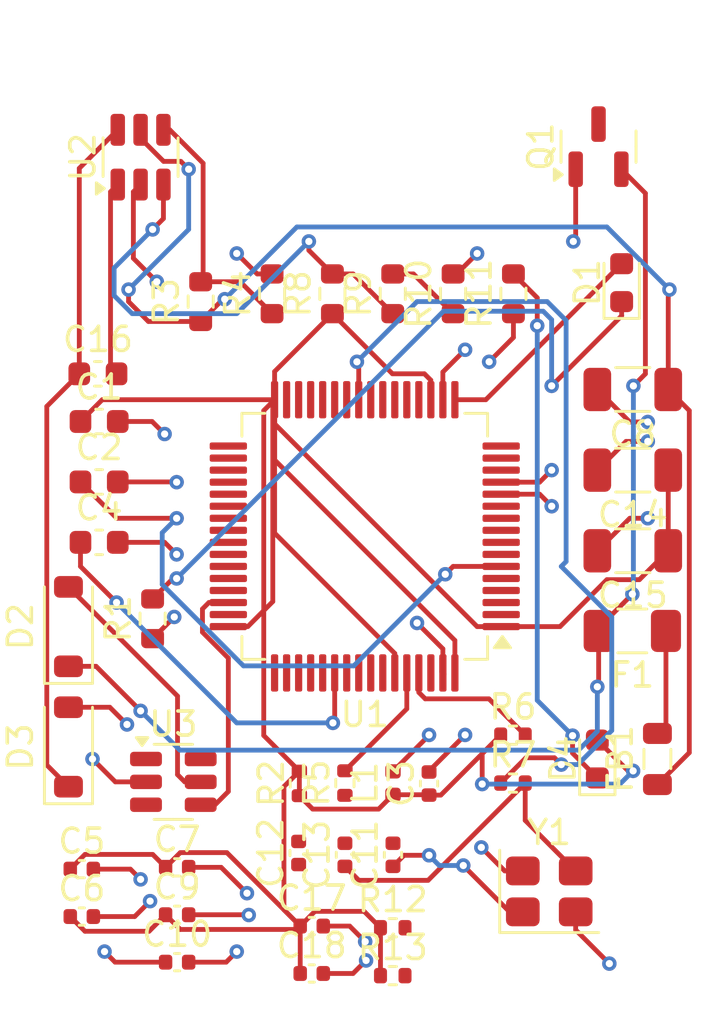
<source format=kicad_pcb>
(kicad_pcb (version 20241229) (generator "pcbnew") (generator_version "9.0")
  (layers (0 "F.Cu" signal) (4 "In1.Cu" signal) (6 "In2.Cu" signal) (2 "B.Cu" signal) (13 "F.Paste" user) (15 "B.Paste" user) (5 "F.SilkS" user "F.Silkscreen") (7 "B.SilkS" user "B.Silkscreen") (1 "F.Mask" user) (3 "B.Mask" user) (25 "Edge.Cuts" user))
  (net 0 "")
  (net 1 "I2C1_SCL")
  (net 2 "GND")
  (net 3 "Net-(U1-PH1)")
  (net 4 "Net-(U1-PD2)")
  (net 5 "BUCK_IN")
  (net 6 "+3.3VA")
  (net 7 "HSE_IN")
  (net 8 "Net-(C13-Pad1)")
  (net 9 "BUCK_BST")
  (net 10 "BUCK_SW")
  (net 11 "LED_STATUS")
  (net 12 "Net-(D1-K)")
  (net 13 "+5V")
  (net 14 "Net-(D2-K)")
  (net 15 "Net-(D4-K)")
  (net 16 "Net-(F1-Pad1)")
  (net 17 "+12V")
  (net 18 "BUCK_EN")
  (net 19 "BOOT0")
  (net 20 "Net-(R5-Pad1)")
  (net 21 "I2C1_SDA")
  (net 22 "HSE_OUT")
  (net 23 "BUCK_FB")
  (net 24 "Net-(R10-Pad1)")
  (net 25 "I2C_SCK")
  (net 26 "I2C_SDA")
  (net 32 "NRST")
  (net 33 "USB_D_P")
  (net 68 "GYRO_INT")
  (net 74 "USB_CONN_D_N")
  (net 75 "USB_CONN_D_P")
  (net 76 "USB_D_N")
  (footprint "Capacitor_SMD:C_0402_1005Metric" (layer "F.Cu") (at 116 119.48 90)
    (property "Reference" "C13")
    (property "Value" "12p")
  )
  (footprint "Resistor_SMD:R_0402_1005Metric" (layer "F.Cu") (at 114.105 116.515 90)
    (property "Reference" "R2")
    (property "Value" "2k2")
  )
  (footprint "Capacitor_SMD:C_0402_1005Metric" (layer "F.Cu") (at 109.02 121.97)
    (property "Reference" "C9")
    (property "Value" "100n")
  )
  (footprint "Resistor_SMD:R_0603_1608Metric" (layer "F.Cu") (at 115.48 96.175 90)
    (property "Reference" "R8")
    (property "Value" "47k")
  )
  (footprint "Capacitor_SMD:C_0402_1005Metric" (layer "F.Cu") (at 114.62 124.41)
    (property "Reference" "C18")
    (property "Value" "10n")
  )
  (footprint "Capacitor_SMD:C_1206_3216Metric" (layer "F.Cu") (at 127.975 106.85 180)
    (property "Reference" "C15")
    (property "Value" "10u")
  )
  (footprint "Capacitor_SMD:C_0603_1608Metric" (layer "F.Cu") (at 105.775 103.99)
    (property "Reference" "C2")
    (property "Value" "2u2")
  )
  (footprint "Resistor_SMD:R_0402_1005Metric" (layer "F.Cu") (at 122.99 114.51)
    (property "Reference" "R6")
    (property "Value" "2k2")
  )
  (footprint "Resistor_SMD:R_0402_1005Metric" (layer "F.Cu") (at 122.99 116.5)
    (property "Reference" "R7")
    (property "Value" "47")
  )
  (footprint "Resistor_SMD:R_0603_1608Metric" (layer "F.Cu") (at 117.99 96.175 90)
    (property "Reference" "R9")
    (property "Value" "15k")
  )
  (footprint "Capacitor_SMD:C_0402_1005Metric" (layer "F.Cu") (at 105.055 120.075)
    (property "Reference" "C5")
    (property "Value" "100n")
  )
  (footprint "Diode_SMD:D_SOD-123" (layer "F.Cu") (at 104.5 115 90)
    (property "Reference" "D3")
    (property "Value" "B5819W")
  )
  (footprint "Capacitor_SMD:C_0402_1005Metric" (layer "F.Cu") (at 118 119.48 90)
    (property "Reference" "C11")
    (property "Value" "12p")
  )
  (footprint "LED_SMD:LED_0603_1608Metric" (layer "F.Cu") (at 127.5125 95.7125 90)
    (property "Reference" "D1")
    (property "Value" "BLUE")
  )
  (footprint "Package_QFP:LQFP-64_10x10mm_P0.5mm" (layer "F.Cu") (at 116.825 106.25 180)
    (property "Reference" "U1")
    (property "Value" "STM32F405RGT6")
  )
  (footprint "Fuse:Fuse_1206_3216Metric" (layer "F.Cu") (at 127.955 110.18 180)
    (property "Reference" "F1")
    (property "Value" "250mA")
  )
  (footprint "Resistor_SMD:R_0603_1608Metric" (layer "F.Cu") (at 110 96.5 90)
    (property "Reference" "R3")
    (property "Value" "100k")
  )
  (footprint "Resistor_SMD:R_0402_1005Metric" (layer "F.Cu") (at 116 116.5 90)
    (property "Reference" "R5")
    (property "Value" "10k")
  )
  (footprint "Package_TO_SOT_SMD:SOT-23-6" (layer "F.Cu") (at 108.8625 116.45)
    (property "Reference" "U3")
    (property "Value" "USBLC6-2SC6")
  )
  (footprint "Capacitor_SMD:C_1206_3216Metric" (layer "F.Cu") (at 127.975 100.15 180)
    (property "Reference" "C8")
    (property "Value" "10u")
  )
  (footprint "Capacitor_SMD:C_0402_1005Metric" (layer "F.Cu") (at 114.62 122.44)
    (property "Reference" "C17")
    (property "Value" "10n")
  )
  (footprint "Resistor_SMD:R_0603_1608Metric" (layer "F.Cu") (at 123.01 96.175 90)
    (property "Reference" "R11")
    (property "Value" "1k")
  )
  (footprint "Diode_SMD:D_SOD-123" (layer "F.Cu") (at 104.5 110 90)
    (property "Reference" "D2")
    (property "Value" "B5819W")
  )
  (footprint "Resistor_SMD:R_0603_1608Metric" (layer "F.Cu") (at 108 109.675 90)
    (property "Reference" "R1")
    (property "Value" "1k5")
  )
  (footprint "Capacitor_SMD:C_1206_3216Metric" (layer "F.Cu") (at 127.975 103.5 180)
    (property "Reference" "C14")
    (property "Value" "10u")
  )
  (footprint "Resistor_SMD:R_0402_1005Metric" (layer "F.Cu") (at 117.99 122.51)
    (property "Reference" "R12")
    (property "Value" "2k2")
  )
  (footprint "Resistor_SMD:R_0402_1005Metric" (layer "F.Cu") (at 117.99 124.5)
    (property "Reference" "R13")
    (property "Value" "2k2")
  )
  (footprint "Package_TO_SOT_SMD:SOT-23" (layer "F.Cu") (at 126.55 90.0625 90)
    (property "Reference" "Q1")
    (property "Value" "AO3401A")
  )
  (footprint "Inductor_SMD:L_0402_1005Metric" (layer "F.Cu") (at 118 116.5 90)
    (property "Reference" "L1")
    (property "Value" "39n")
  )
  (footprint "Capacitor_SMD:C_0402_1005Metric" (layer "F.Cu") (at 119.5 116.52 90)
    (property "Reference" "C3")
    (property "Value" "100n")
  )
  (footprint "Capacitor_SMD:C_0402_1005Metric" (layer "F.Cu") (at 105.055 122.045)
    (property "Reference" "C6")
    (property "Value" "100n")
  )
  (footprint "Crystal:Crystal_SMD_3225-4Pin_3.2x2.5mm" (layer "F.Cu") (at 124.5 121)
    (property "Reference" "Y1")
    (property "Value" "16MHz")
  )
  (footprint "Capacitor_SMD:C_0603_1608Metric" (layer "F.Cu") (at 105.775 101.48)
    (property "Reference" "C1")
    (property "Value" "4u7")
  )
  (footprint "Capacitor_SMD:C_0603_1608Metric" (layer "F.Cu") (at 105.775 106.5)
    (property "Reference" "C4")
    (property "Value" "2u2")
  )
  (footprint "Capacitor_SMD:C_0402_1005Metric" (layer "F.Cu") (at 109.02 120)
    (property "Reference" "C7")
    (property "Value" "100n")
  )
  (footprint "Inductor_SMD:L_0805_2012Metric" (layer "F.Cu") (at 129 115.5 90)
    (property "Reference" "FB1")
    (property "Value" "600 @ 600MHz")
  )
  (footprint "Resistor_SMD:R_0603_1608Metric" (layer "F.Cu") (at 120.5 96.175 90)
    (property "Reference" "R10")
    (property "Value" "270")
  )
  (footprint "Capacitor_SMD:C_0603_1608Metric" (layer "F.Cu") (at 105.725 99.5)
    (property "Reference" "C16")
    (property "Value" "10n")
  )
  (footprint "Resistor_SMD:R_0603_1608Metric" (layer "F.Cu") (at 112.97 96.175 90)
    (property "Reference" "R4")
    (property "Value" "68k")
  )
  (footprint "LED_SMD:LED_0603_1608Metric" (layer "F.Cu") (at 126.5 115.5 90)
    (property "Reference" "D4")
    (property "Value" "RED")
  )
  (footprint "Capacitor_SMD:C_0402_1005Metric" (layer "F.Cu") (at 109.02 123.94)
    (property "Reference" "C10")
    (property "Value" "1u")
  )
  (footprint "Package_TO_SOT_SMD:SOT-23-6" (layer "F.Cu") (at 107.5 90.5 90)
    (property "Reference" "U2")
    (property "Value" "MP2359DJ-LF-Z")
  )
  (footprint "Capacitor_SMD:C_0402_1005Metric" (layer "F.Cu") (at 114.075 119.405 90)
    (property "Reference" "C12")
    (property "Value" "10n")
  )
  (segment (start 121.5 110) (end 122.5 110) (width 0.2) (layer "F.Cu") (net 1))
  (segment (start 113.075 100.575) (end 113.075 101.575) (width 0.2) (layer "F.Cu") (net 1))
  (segment (start 118.075 111.116176) (end 118.075 111.925) (width 0.2) (layer "F.Cu") (net 1))
  (segment (start 105.905 100.575) (end 105 101.48) (width 0.2) (layer "F.Cu") (net 1))
  (segment (start 119.485 116.985) (end 119.5 117) (width 0.2) (layer "F.Cu") (net 1))
  (segment (start 128.249 108.051) (end 129.45 106.85) (width 0.2) (layer "F.Cu") (net 1))
  (segment (start 117.404 117.581) (end 118 116.985) (width 0.2) (layer "F.Cu") (net 1))
  (segment (start 108.004 119.464) (end 105.186 119.464) (width 0.2) (layer "F.Cu") (net 1))
  (segment (start 114.14 122.44) (end 114.751 121.829) (width 0.2) (layer "F.Cu") (net 1))
  (segment (start 113.075 100.575) (end 113 100.575) (width 0.2) (layer "F.Cu") (net 1))
  (segment (start 114.14 122.44) (end 111.089 119.389) (width 0.2) (layer "F.Cu") (net 1))
  (segment (start 114.105 117.025) (end 114.661 117.581) (width 0.2) (layer "F.Cu") (net 1))
  (segment (start 119.99 117) (end 122.48 114.51) (width 0.2) (layer "F.Cu") (net 1))
  (segment (start 117.48 122.51) (end 117.48 124.5) (width 0.2) (layer "F.Cu") (net 1))
  (segment (start 113.464 121.764) (end 114.14 122.44) (width 0.2) (layer "F.Cu") (net 1))
  (segment (start 114.14 122.44) (end 113.999 122.581) (width 0.2) (layer "F.Cu") (net 1))
  (segment (start 113 100.575) (end 105.905 100.575) (width 0.2) (layer "F.Cu") (net 1))
  (segment (start 115.48 97) (end 117.979 99.499) (width 0.2) (layer "F.Cu") (net 1))
  (segment (start 114.751 121.829) (end 116.799 121.829) (width 0.2) (layer "F.Cu") (net 1))
  (segment (start 113.075 106.116176) (end 118.075 111.116176) (width 0.2) (layer "F.Cu") (net 1))
  (segment (start 113.075 99.405) (end 113.075 100.575) (width 0.2) (layer "F.Cu") (net 1))
  (segment (start 116.799 121.829) (end 117.48 122.51) (width 0.2) (layer "F.Cu") (net 1))
  (segment (start 105.186 122.656) (end 104.575 122.045) (width 0.2) (layer "F.Cu") (net 1))
  (segment (start 108.54 120) (end 108.004 119.464) (width 0.2) (layer "F.Cu") (net 1))
  (segment (start 113.075 101.575) (end 121.5 110) (width 0.2) (layer "F.Cu") (net 1))
  (segment (start 111.089 119.389) (end 109.151 119.389) (width 0.2) (layer "F.Cu") (net 1))
  (segment (start 129.45 106.85) (end 129.45 103.5) (width 0.2) (layer "F.Cu") (net 1))
  (segment (start 118 116.985) (end 119.485 116.985) (width 0.2) (layer "F.Cu") (net 1))
  (segment (start 119.307824 99.499) (end 119.575 99.766176) (width 0.2) (layer "F.Cu") (net 1))
  (segment (start 119.575 99.766176) (end 119.575 100.575) (width 0.2) (layer "F.Cu") (net 1))
  (segment (start 117.979 99.499) (end 119.307824 99.499) (width 0.2) (layer "F.Cu") (net 1))
  (segment (start 113 108.958824) (end 111.958824 110) (width 0.2) (layer "F.Cu") (net 1))
  (segment (start 105.186 119.464) (end 104.575 120.075) (width 0.2) (layer "F.Cu") (net 1))
  (segment (start 124.94884 110) (end 126.89784 108.051) (width 0.2) (layer "F.Cu") (net 1))
  (segment (start 127.780554 115.993054) (end 126.5 114.7125) (width 0.2) (layer "F.Cu") (net 1))
  (segment (start 114.105 116.005) (end 114.105 117.025) (width 0.2) (layer "F.Cu") (net 1))
  (segment (start 119.5 117) (end 119.99 117) (width 0.2) (layer "F.Cu") (net 1))
  (segment (start 111.958824 110) (end 111.15 110) (width 0.2) (layer "F.Cu") (net 1))
  (segment (start 107.854 122.656) (end 105.186 122.656) (width 0.2) (layer "F.Cu") (net 1))
  (segment (start 122.48 114.51) (end 121.71 115.28) (width 0.2) (layer "F.Cu") (net 1))
  (segment (start 113.464 116.646) (end 113.464 121.764) (width 0.2) (layer "F.Cu") (net 1))
  (segment (start 113 100.575) (end 113 108.958824) (width 0.2) (layer "F.Cu") (net 1))
  (segment (start 120.575 110.575) (end 120.575 111.925) (width 0.2) (layer "F.Cu") (net 1))
  (segment (start 109.151 119.389) (end 108.54 120) (width 0.2) (layer "F.Cu") (net 1))
  (segment (start 113.075 103.075) (end 120.575 110.575) (width 0.2) (layer "F.Cu") (net 1))
  (segment (start 115.48 97) (end 113.075 99.405) (width 0.2) (layer "F.Cu") (net 1))
  (segment (start 122.5 110) (end 124.94884 110) (width 0.2) (layer "F.Cu") (net 1))
  (segment (start 108.54 121.97) (end 107.854 122.656) (width 0.2) (layer "F.Cu") (net 1))
  (segment (start 113.075 100.575) (end 113.075 106.116176) (width 0.2) (layer "F.Cu") (net 1))
  (segment (start 109.151 122.581) (end 108.54 121.97) (width 0.2) (layer "F.Cu") (net 1))
  (segment (start 113.999 122.581) (end 109.151 122.581) (width 0.2) (layer "F.Cu") (net 1))
  (segment (start 126.89784 108.051) (end 128.249 108.051) (width 0.2) (layer "F.Cu") (net 1))
  (segment (start 127.988907 115.993054) (end 127.780554 115.993054) (width 0.2) (layer "F.Cu") (net 1))
  (segment (start 114.661 117.581) (end 117.404 117.581) (width 0.2) (layer "F.Cu") (net 1))
  (segment (start 113.075 100.575) (end 113.075 103.075) (width 0.2) (layer "F.Cu") (net 1))
  (segment (start 113.075 100.575) (end 112.624 101.026) (width 0.2) (layer "F.Cu") (net 1))
  (segment (start 114.105 116.005) (end 113.464 116.646) (width 0.2) (layer "F.Cu") (net 1))
  (segment (start 121.71 115.28) (end 121.71 116.541878) (width 0.2) (layer "F.Cu") (net 1))
  (segment (start 112.624 114.524) (end 114.105 116.005) (width 0.2) (layer "F.Cu") (net 1))
  (segment (start 114.14 122.44) (end 114.14 124.41) (width 0.2) (layer "F.Cu") (net 1))
  (segment (start 112.624 101.026) (end 112.624 114.524) (width 0.2) (layer "F.Cu") (net 1))
  (via (at 127.988907 115.993054) (size 0.6) (drill 0.3) (layers "F.Cu" "B.Cu") (net 1))
  (via (at 121.71 116.541878) (size 0.6) (drill 0.3) (layers "F.Cu" "B.Cu") (net 1))
  (segment (start 127.440083 116.541878) (end 127.988907 115.993054) (width 0.2) (layer "B.Cu") (net 1))
  (segment (start 121.71 116.541878) (end 127.440083 116.541878) (width 0.2) (layer "B.Cu") (net 1))
  (segment (start 120.65 95.35) (end 121.5 94.5) (width 0.2) (layer "F.Cu") (net 2))
  (segment (start 106.55 101.48) (end 107.98 101.48) (width 0.2) (layer "F.Cu") (net 2))
  (segment (start 109.5 120) (end 110.85147 120) (width 0.2) (layer "F.Cu") (net 2))
  (segment (start 126.5 103.5) (end 127.692372 102.307628) (width 0.2) (layer "F.Cu") (net 2))
  (segment (start 107.075 120.075) (end 107.5 120.5) (width 0.2) (layer "F.Cu") (net 2))
  (segment (start 106.218626 113.35) (end 106.934313 114.065687) (width 0.2) (layer "F.Cu") (net 2))
  (segment (start 109.5 123.94) (end 111.06 123.94) (width 0.2) (layer "F.Cu") (net 2))
  (segment (start 123.4 120.15) (end 122.65 120.15) (width 0.2) (layer "F.Cu") (net 2))
  (segment (start 123.01 97) (end 123.01 97.99) (width 0.2) (layer "F.Cu") (net 2))
  (segment (start 120.5 95.35) (end 120.65 95.35) (width 0.2) (layer "F.Cu") (net 2))
  (segment (start 120.075 99.425) (end 121 98.5) (width 0.2) (layer "F.Cu") (net 2))
  (segment (start 104.5 113.35) (end 106.218626 113.35) (width 0.2) (layer "F.Cu") (net 2))
  (segment (start 107.200001 91.937499) (end 107.200001 94.700001) (width 0.2) (layer "F.Cu") (net 2))
  (segment (start 106.55 103.99) (end 108.99 103.99) (width 0.2) (layer "F.Cu") (net 2))
  (segment (start 120.026 111.876) (end 120.026 111.330276) (width 0.2) (layer "F.Cu") (net 2))
  (segment (start 126.5 106.85) (end 127.85 105.5) (width 0.2) (layer "F.Cu") (net 2))
  (segment (start 106.45 116.45) (end 105.5 115.5) (width 0.2) (layer "F.Cu") (net 2))
  (segment (start 110.85147 120) (end 111.925735 121.074265) (width 0.2) (layer "F.Cu") (net 2))
  (segment (start 119.5 116) (end 121 114.5) (width 0.2) (layer "F.Cu") (net 2))
  (segment (start 120.075 111.925) (end 120.075 110.92353) (width 0.2) (layer "F.Cu") (net 2))
  (segment (start 116.197009 122.44) (end 116.842975 123.085966) (width 0.2) (layer "F.Cu") (net 2))
  (segment (start 125.6 93.9) (end 125.5 94) (width 0.2) (layer "F.Cu") (net 2))
  (segment (start 127.85 105.5) (end 128.6 105.5) (width 0.2) (layer "F.Cu") (net 2))
  (segment (start 107.725 116.45) (end 106.45 116.45) (width 0.2) (layer "F.Cu") (net 2))
  (segment (start 107.254587 122.045) (end 107.894932 121.404655) (width 0.2) (layer "F.Cu") (net 2))
  (segment (start 119.5 116.04) (end 119.5 116) (width 0.2) (layer "F.Cu") (net 2))
  (segment (start 105.535 120.075) (end 107.075 120.075) (width 0.2) (layer "F.Cu") (net 2))
  (segment (start 108.99 103.99) (end 109 104) (width 0.2) (layer "F.Cu") (net 2))
  (segment (start 111.989 121.97) (end 112 121.981) (width 0.2) (layer "F.Cu") (net 2))
  (segment (start 125.6 91) (end 125.6 93.9) (width 0.2) (layer "F.Cu") (net 2))
  (segment (start 120.124 111.974) (end 120.026 111.876) (width 0.2) (layer "F.Cu") (net 2))
  (segment (start 126.5 100.15) (end 127.85 101.5) (width 0.2) (layer "F.Cu") (net 2))
  (segment (start 109.5 121.97) (end 111.989 121.97) (width 0.2) (layer "F.Cu") (net 2))
  (segment (start 115.1 124.41) (end 116.338892 124.41) (width 0.2) (layer "F.Cu") (net 2))
  (segment (start 127.692372 102.307628) (end 128.6 102.307628) (width 0.2) (layer "F.Cu") (net 2))
  (segment (start 111.06 123.94) (end 111.5 123.5) (width 0.2) (layer "F.Cu") (net 2))
  (segment (start 106.55 106.5) (end 108.499 106.5) (width 0.2) (layer "F.Cu") (net 2))
  (segment (start 116.338892 124.41) (end 116.88 123.868892) (width 0.2) (layer "F.Cu") (net 2))
  (segment (start 108 110.5) (end 108.900764 109.599236) (width 0.2) (layer "F.Cu") (net 2))
  (segment (start 122.65 120.15) (end 121.674265 119.174265) (width 0.2) (layer "F.Cu") (net 2))
  (segment (start 105.535 122.045) (end 107.254587 122.045) (width 0.2) (layer "F.Cu") (net 2))
  (segment (start 112.35 95.35) (end 111.5 94.5) (width 0.2) (layer "F.Cu") (net 2))
  (segment (start 107.98 101.48) (end 108.5 102) (width 0.2) (layer "F.Cu") (net 2))
  (segment (start 124.101 104.5) (end 124.601 105) (width 0.2) (layer "F.Cu") (net 2))
  (segment (start 120.026 111.330276) (end 120.124 111.232276) (width 0.2) (layer "F.Cu") (net 2))
  (segment (start 120.075 110.92353) (end 119 109.84853) (width 0.2) (layer "F.Cu") (net 2))
  (segment (start 108.499 106.5) (end 108.999 107) (width 0.2) (layer "F.Cu") (net 2))
  (segment (start 125.6 121.85) (end 125.6 122.6) (width 0.2) (layer "F.Cu") (net 2))
  (segment (start 112.97 95.35) (end 112.35 95.35) (width 0.2) (layer "F.Cu") (net 2))
  (segment (start 122.5 104.5) (end 124.101 104.5) (width 0.2) (layer "F.Cu") (net 2))
  (segment (start 123.01 97.99) (end 122 99) (width 0.2) (layer "F.Cu") (net 2))
  (segment (start 125.6 122.6) (end 127 124) (width 0.2) (layer "F.Cu") (net 2))
  (segment (start 107.5 91.6375) (end 107.200001 91.937499) (width 0.2) (layer "F.Cu") (net 2))
  (segment (start 120.075 100.575) (end 120.075 99.425) (width 0.2) (layer "F.Cu") (net 2))
  (segment (start 107.200001 94.700001) (end 108.174265 95.674265) (width 0.2) (layer "F.Cu") (net 2))
  (segment (start 115.1 122.44) (end 116.197009 122.44) (width 0.2) (layer "F.Cu") (net 2))
  (segment (start 127.85 101.5) (end 128.6 101.5) (width 0.2) (layer "F.Cu") (net 2))
  (segment (start 120.075 111.925) (end 120.124 111.974) (width 0.2) (layer "F.Cu") (net 2))
  (via (at 107.5 120.5) (size 0.6) (drill 0.3) (layers "F.Cu" "B.Cu") (net 2))
  (via (at 121.674265 119.174265) (size 0.6) (drill 0.3) (layers "F.Cu" "B.Cu") (net 2))
  (via (at 121 114.5) (size 0.6) (drill 0.3) (layers "F.Cu" "B.Cu") (net 2))
  (via (at 112 121.981) (size 0.6) (drill 0.3) (layers "F.Cu" "B.Cu") (net 2))
  (via (at 122 99) (size 0.6) (drill 0.3) (layers "F.Cu" "B.Cu") (net 2))
  (via (at 128.6 101.5) (size 0.6) (drill 0.3) (layers "F.Cu" "B.Cu") (net 2))
  (via (at 124.601 105) (size 0.6) (drill 0.3) (layers "F.Cu" "B.Cu") (net 2))
  (via (at 119 109.84853) (size 0.6) (drill 0.3) (layers "F.Cu" "B.Cu") (net 2))
  (via (at 108.999 107) (size 0.6) (drill 0.3) (layers "F.Cu" "B.Cu") (net 2))
  (via (at 111.5 94.5) (size 0.6) (drill 0.3) (layers "F.Cu" "B.Cu") (net 2))
  (via (at 108.900764 109.599236) (size 0.6) (drill 0.3) (layers "F.Cu" "B.Cu") (net 2))
  (via (at 127 124) (size 0.6) (drill 0.3) (layers "F.Cu" "B.Cu") (net 2))
  (via (at 125.5 94) (size 0.6) (drill 0.3) (layers "F.Cu" "B.Cu") (net 2))
  (via (at 105.5 115.5) (size 0.6) (drill 0.3) (layers "F.Cu" "B.Cu") (net 2))
  (via (at 121.5 94.5) (size 0.6) (drill 0.3) (layers "F.Cu" "B.Cu") (net 2))
  (via (at 116.88 123.868892) (size 0.6) (drill 0.3) (layers "F.Cu" "B.Cu") (net 2))
  (via (at 111.5 123.5) (size 0.6) (drill 0.3) (layers "F.Cu" "B.Cu") (net 2))
  (via (at 108.5 102) (size 0.6) (drill 0.3) (layers "F.Cu" "B.Cu") (net 2))
  (via (at 111.925735 121.074265) (size 0.6) (drill 0.3) (layers "F.Cu" "B.Cu") (net 2))
  (via (at 121 98.5) (size 0.6) (drill 0.3) (layers "F.Cu" "B.Cu") (net 2))
  (via (at 128.6 105.5) (size 0.6) (drill 0.3) (layers "F.Cu" "B.Cu") (net 2))
  (via (at 107.894932 121.404655) (size 0.6) (drill 0.3) (layers "F.Cu" "B.Cu") (net 2))
  (via (at 128.6 102.307628) (size 0.6) (drill 0.3) (layers "F.Cu" "B.Cu") (net 2))
  (via (at 116.842975 123.085966) (size 0.6) (drill 0.3) (layers "F.Cu" "B.Cu") (net 2))
  (via (at 106.934313 114.065687) (size 0.6) (drill 0.3) (layers "F.Cu" "B.Cu") (net 2))
  (via (at 109 104) (size 0.6) (drill 0.3) (layers "F.Cu" "B.Cu") (net 2))
  (via (at 108.174265 95.674265) (size 0.6) (drill 0.3) (layers "F.Cu" "B.Cu") (net 2))
  (segment (start 108.174265 95.674265) (end 108.03355 95.53355) (width 0.2) (layer "B.Cu") (net 2))
  (segment (start 120.5 107.5) (end 122.5 107.5) (width 0.2) (layer "F.Cu") (net 3))
  (segment (start 120.174265 107.825735) (end 120.5 107.5) (width 0.2) (layer "F.Cu") (net 3))
  (segment (start 105 103.99) (end 106.51 105.5) (width 0.2) (layer "F.Cu") (net 3))
  (segment (start 106.51 105.5) (end 109 105.5) (width 0.2) (layer "F.Cu") (net 3))
  (via (at 120.174265 107.825735) (size 0.6) (drill 0.3) (layers "F.Cu" "B.Cu") (net 3))
  (via (at 109 105.5) (size 0.6) (drill 0.3) (layers "F.Cu" "B.Cu") (net 3))
  (segment (start 109 105.5) (end 108.399 106.101) (width 0.2) (layer "B.Cu") (net 3))
  (segment (start 108.399 108.248943) (end 111.781572 111.631515) (width 0.2) (layer "B.Cu") (net 3))
  (segment (start 111.781572 111.631515) (end 116.368485 111.631515) (width 0.2) (layer "B.Cu") (net 3))
  (segment (start 116.368485 111.631515) (end 120.174265 107.825735) (width 0.2) (layer "B.Cu") (net 3))
  (segment (start 108.399 106.101) (end 108.399 108.248943) (width 0.2) (layer "B.Cu") (net 3))
  (segment (start 105 106.5) (end 105 107.5) (width 0.2) (layer "F.Cu") (net 4))
  (segment (start 115.5 114) (end 115.575 113.925) (width 0.2) (layer "F.Cu") (net 4))
  (segment (start 115.575 113.925) (end 115.575 111.925) (width 0.2) (layer "F.Cu") (net 4))
  (segment (start 105 107.5) (end 106.5 109) (width 0.2) (layer "F.Cu") (net 4))
  (via (at 106.5 109) (size 0.6) (drill 0.3) (layers "F.Cu" "B.Cu") (net 4))
  (via (at 115.5 114) (size 0.6) (drill 0.3) (layers "F.Cu" "B.Cu") (net 4))
  (segment (start 111.5 114) (end 115.5 114) (width 0.2) (layer "B.Cu") (net 4))
  (segment (start 106.5 109) (end 111.5 114) (width 0.2) (layer "B.Cu") (net 4))
  (segment (start 130.326 115.2365) (end 129 116.5625) (width 0.2) (layer "F.Cu") (net 5))
  (segment (start 107 96) (end 107 96.5) (width 0.2) (layer "F.Cu") (net 5))
  (segment (start 129.45 96.05) (end 129.5 96) (width 0.2) (layer "F.Cu") (net 5))
  (segment (start 111 96.4) (end 110.925 96.4) (width 0.2) (layer "F.Cu") (net 5))
  (segment (start 107 96.5) (end 107.825 97.325) (width 0.2) (layer "F.Cu") (net 5))
  (segment (start 109.174 90.674) (end 109.5 91) (width 0.2) (layer "F.Cu") (net 5))
  (segment (start 108.457032 90.674) (end 109.174 90.674) (width 0.2) (layer "F.Cu") (net 5))
  (segment (start 107.825 97.325) (end 110 97.325) (width 0.2) (layer "F.Cu") (net 5))
  (segment (start 110.925 96.4) (end 110 97.325) (width 0.2) (layer "F.Cu") (net 5))
  (segment (start 107.5 89.3625) (end 107.5 89.716968) (width 0.2) (layer "F.Cu") (net 5))
  (segment (start 129.45 100.15) (end 130.326 101.026) (width 0.2) (layer "F.Cu") (net 5))
  (segment (start 107.5 89.716968) (end 108.457032 90.674) (width 0.2) (layer "F.Cu") (net 5))
  (segment (start 130.326 101.026) (end 130.326 115.2365) (width 0.2) (layer "F.Cu") (net 5))
  (segment (start 129.45 100.15) (end 129.45 96.05) (width 0.2) (layer "F.Cu") (net 5))
  (via (at 107 96) (size 0.6) (drill 0.3) (layers "F.Cu" "B.Cu") (net 5))
  (via (at 109.5 91) (size 0.6) (drill 0.3) (layers "F.Cu" "B.Cu") (net 5))
  (via (at 111 96.4) (size 0.6) (drill 0.3) (layers "F.Cu" "B.Cu") (net 5))
  (via (at 129.5 96) (size 0.6) (drill 0.3) (layers "F.Cu" "B.Cu") (net 5))
  (segment (start 114.001 93.399) (end 111 96.4) (width 0.2) (layer "B.Cu") (net 5))
  (segment (start 126.899 93.399) (end 114.001 93.399) (width 0.2) (layer "B.Cu") (net 5))
  (segment (start 109.5 91) (end 109.5 93.5) (width 0.2) (layer "B.Cu") (net 5))
  (segment (start 109.5 93.5) (end 107 96) (width 0.2) (layer "B.Cu") (net 5))
  (segment (start 129.5 96) (end 126.899 93.399) (width 0.2) (layer "B.Cu") (net 5))
  (segment (start 118 116.015) (end 119.5 114.515) (width 0.2) (layer "F.Cu") (net 6))
  (segment (start 106.44 123.94) (end 106 123.5) (width 0.2) (layer "F.Cu") (net 6))
  (segment (start 122.5 104) (end 124.1 104) (width 0.2) (layer "F.Cu") (net 6))
  (segment (start 108.54 123.94) (end 106.44 123.94) (width 0.2) (layer "F.Cu") (net 6))
  (segment (start 124.1 104) (end 124.6 103.5) (width 0.2) (layer "F.Cu") (net 6))
  (segment (start 119.5 114.515) (end 119.5 114.5) (width 0.2) (layer "F.Cu") (net 6))
  (via (at 106 123.5) (size 0.6) (drill 0.3) (layers "F.Cu" "B.Cu") (net 6))
  (via (at 124.6 103.5) (size 0.6) (drill 0.3) (layers "F.Cu" "B.Cu") (net 6))
  (via (at 119.5 114.5) (size 0.6) (drill 0.3) (layers "F.Cu" "B.Cu") (net 6))
  (segment (start 118.46 119.5) (end 118 119.96) (width 0.2) (layer "F.Cu") (net 7))
  (segment (start 123.4 121.85) (end 122.85 121.85) (width 0.2) (layer "F.Cu") (net 7))
  (segment (start 119.5 119.5) (end 118.46 119.5) (width 0.2) (layer "F.Cu") (net 7))
  (segment (start 122.85 121.85) (end 120.924265 119.924265) (width 0.2) (layer "F.Cu") (net 7))
  (via (at 119.5 119.5) (size 0.6) (drill 0.3) (layers "F.Cu" "B.Cu") (net 7))
  (via (at 120.924265 119.924265) (size 0.6) (drill 0.3) (layers "F.Cu" "B.Cu") (net 7))
  (segment (start 119.924265 119.924265) (end 119.5 119.5) (width 0.2) (layer "B.Cu") (net 7))
  (segment (start 120.924265 119.924265) (end 119.924265 119.924265) (width 0.2) (layer "B.Cu") (net 7))
  (segment (start 123.5 116.5) (end 123.5 118.05) (width 0.2) (layer "F.Cu") (net 8))
  (segment (start 119.459 120.541) (end 116.581 120.541) (width 0.2) (layer "F.Cu") (net 8))
  (segment (start 123.5 116.5) (end 119.459 120.541) (width 0.2) (layer "F.Cu") (net 8))
  (segment (start 116.581 120.541) (end 116 119.96) (width 0.2) (layer "F.Cu") (net 8))
  (segment (start 123.5 118.05) (end 125.6 120.15) (width 0.2) (layer "F.Cu") (net 8))
  (segment (start 106.55 91.6375) (end 106.250001 91.937499) (width 0.2) (layer "F.Cu") (net 9))
  (segment (start 106.250001 91.937499) (end 106.250001 99.250001) (width 0.2) (layer "F.Cu") (net 9))
  (segment (start 106.250001 99.250001) (end 106.5 99.5) (width 0.2) (layer "F.Cu") (net 9))
  (segment (start 103.599 100.851) (end 104.95 99.5) (width 0.2) (layer "F.Cu") (net 10))
  (segment (start 106.55 89.3625) (end 104.95 90.9625) (width 0.2) (layer "F.Cu") (net 10))
  (segment (start 104.5 116.65) (end 103.599 115.749) (width 0.2) (layer "F.Cu") (net 10))
  (segment (start 104.95 90.9625) (end 104.95 99.5) (width 0.2) (layer "F.Cu") (net 10))
  (segment (start 103.599 115.749) (end 103.599 100.851) (width 0.2) (layer "F.Cu") (net 10))
  (segment (start 127.5125 94.925) (end 121.8625 100.575) (width 0.2) (layer "F.Cu") (net 11))
  (segment (start 121.8625 100.575) (end 120.575 100.575) (width 0.2) (layer "F.Cu") (net 11))
  (segment (start 108.85 108) (end 108 108.85) (width 0.2) (layer "F.Cu") (net 12))
  (segment (start 127.5125 96.5) (end 127.5125 97.0875) (width 0.2) (layer "F.Cu") (net 12))
  (segment (start 127.5125 97.0875) (end 124.6 100) (width 0.2) (layer "F.Cu") (net 12))
  (segment (start 109 108) (end 108.85 108) (width 0.2) (layer "F.Cu") (net 12))
  (via (at 109 108) (size 0.6) (drill 0.3) (layers "F.Cu" "B.Cu") (net 12))
  (via (at 124.6 100) (size 0.6) (drill 0.3) (layers "F.Cu" "B.Cu") (net 12))
  (segment (start 124.6 100) (end 124.6 97.250057) (width 0.2) (layer "B.Cu") (net 12))
  (segment (start 120.101 96.899) (end 109 108) (width 0.2) (layer "B.Cu") (net 12))
  (segment (start 124.248943 96.899) (end 120.101 96.899) (width 0.2) (layer "B.Cu") (net 12))
  (segment (start 124.6 97.250057) (end 124.248943 96.899) (width 0.2) (layer "B.Cu") (net 12))
  (segment (start 104.5 108.35) (end 109.0365 112.8865) (width 0.2) (layer "F.Cu") (net 13))
  (segment (start 109.0365 112.8865) (end 109.0365 116.148999) (width 0.2) (layer "F.Cu") (net 13))
  (segment (start 109.337501 116.45) (end 110 116.45) (width 0.2) (layer "F.Cu") (net 13))
  (segment (start 109.0365 116.148999) (end 109.337501 116.45) (width 0.2) (layer "F.Cu") (net 13))
  (segment (start 105.65 111.65) (end 107.5 113.5) (width 0.2) (layer "F.Cu") (net 14))
  (segment (start 126.5 112.5) (end 126.555 112.445) (width 0.2) (layer "F.Cu") (net 14))
  (segment (start 128.5 99.5) (end 128 100) (width 0.2) (layer "F.Cu") (net 14))
  (segment (start 127.958011 108.651) (end 126.555 110.054011) (width 0.2) (layer "F.Cu") (net 14))
  (segment (start 126.555 112.445) (end 126.555 110.18) (width 0.2) (layer "F.Cu") (net 14))
  (segment (start 127.5 91) (end 128.5 92) (width 0.2) (layer "F.Cu") (net 14))
  (segment (start 126.555 110.054011) (end 126.555 110.18) (width 0.2) (layer "F.Cu") (net 14))
  (segment (start 128.5 92) (end 128.5 99.5) (width 0.2) (layer "F.Cu") (net 14))
  (segment (start 104.5 111.65) (end 105.65 111.65) (width 0.2) (layer "F.Cu") (net 14))
  (via (at 126.5 112.5) (size 0.6) (drill 0.3) (layers "F.Cu" "B.Cu") (net 14))
  (via (at 128 100) (size 0.6) (drill 0.3) (layers "F.Cu" "B.Cu") (net 14))
  (via (at 127.958011 108.651) (size 0.6) (drill 0.3) (layers "F.Cu" "B.Cu") (net 14))
  (via (at 107.5 113.5) (size 0.6) (drill 0.3) (layers "F.Cu" "B.Cu") (net 14))
  (segment (start 109.131515 115.131515) (end 125.718428 115.131515) (width 0.2) (layer "B.Cu") (net 14))
  (segment (start 128 108.609011) (end 127.958011 108.651) (width 0.2) (layer "B.Cu") (net 14))
  (segment (start 125.718428 115.131515) (end 126.5 114.349943) (width 0.2) (layer "B.Cu") (net 14))
  (segment (start 126.5 114.349943) (end 126.5 112.5) (width 0.2) (layer "B.Cu") (net 14))
  (segment (start 128 100) (end 128 108.609011) (width 0.2) (layer "B.Cu") (net 14))
  (segment (start 107.5 113.5) (end 109.131515 115.131515) (width 0.2) (layer "B.Cu") (net 14))
  (segment (start 123.01 95.35) (end 124 96.34) (width 0.2) (layer "F.Cu") (net 15))
  (segment (start 125.469485 114.530515) (end 125.469485 115.256985) (width 0.2) (layer "F.Cu") (net 15))
  (segment (start 125.469485 115.256985) (end 126.5 116.2875) (width 0.2) (layer "F.Cu") (net 15))
  (segment (start 124 96.34) (end 124 97.5) (width 0.2) (layer "F.Cu") (net 15))
  (via (at 125.469485 114.530515) (size 0.6) (drill 0.3) (layers "F.Cu" "B.Cu") (net 15))
  (via (at 124 97.5) (size 0.6) (drill 0.3) (layers "F.Cu" "B.Cu") (net 15))
  (segment (start 124 97.5) (end 124 113.06103) (width 0.2) (layer "B.Cu") (net 15))
  (segment (start 124 113.06103) (end 125.469485 114.530515) (width 0.2) (layer "B.Cu") (net 15))
  (segment (start 129.355 110.18) (end 129.355 114.0825) (width 0.2) (layer "F.Cu") (net 16))
  (segment (start 129.355 114.0825) (end 129 114.4375) (width 0.2) (layer "F.Cu") (net 16))
  (segment (start 108.45 89.3625) (end 108.712443 89.3625) (width 0.2) (layer "F.Cu") (net 18))
  (segment (start 110 95.675) (end 111.645 95.675) (width 0.2) (layer "F.Cu") (net 18))
  (segment (start 110.101 95.574) (end 110 95.675) (width 0.2) (layer "F.Cu") (net 18))
  (segment (start 110.101 90.751057) (end 110.101 95.574) (width 0.2) (layer "F.Cu") (net 18))
  (segment (start 111.645 95.675) (end 112.97 97) (width 0.2) (layer "F.Cu") (net 18))
  (segment (start 108.712443 89.3625) (end 110.101 90.751057) (width 0.2) (layer "F.Cu") (net 18))
  (segment (start 118.575 113.415) (end 118.575 111.925) (width 0.2) (layer "F.Cu") (net 19))
  (segment (start 116 115.99) (end 118.575 113.415) (width 0.2) (layer "F.Cu") (net 19))
  (segment (start 119.075 112.733824) (end 119.075 111.925) (width 0.2) (layer "F.Cu") (net 21))
  (segment (start 119.342176 113.001) (end 119.075 112.733824) (width 0.2) (layer "F.Cu") (net 21))
  (segment (start 121.991 113.001) (end 119.342176 113.001) (width 0.2) (layer "F.Cu") (net 21))
  (segment (start 123.5 114.51) (end 121.991 113.001) (width 0.2) (layer "F.Cu") (net 21))
  (segment (start 124.718 115.449515) (end 125 115.731515) (width 0.2) (layer "F.Cu") (net 22))
  (segment (start 116.5 99) (end 116.575 99.075) (width 0.2) (layer "F.Cu") (net 22))
  (segment (start 122.48 116.5) (end 123.530485 115.449515) (width 0.2) (layer "F.Cu") (net 22))
  (segment (start 116.575 99.075) (end 116.575 100.575) (width 0.2) (layer "F.Cu") (net 22))
  (segment (start 123.530485 115.449515) (end 124.718 115.449515) (width 0.2) (layer "F.Cu") (net 22))
  (via (at 125 115.731515) (size 0.6) (drill 0.3) (layers "F.Cu" "B.Cu") (net 22))
  (via (at 116.5 99) (size 0.6) (drill 0.3) (layers "F.Cu" "B.Cu") (net 22))
  (segment (start 119.002 96.498) (end 116.5 99) (width 0.2) (layer "B.Cu") (net 22))
  (segment (start 125.201 97.283957) (end 124.415043 96.498) (width 0.2) (layer "B.Cu") (net 22))
  (segment (start 124.415043 96.498) (end 119.002 96.498) (width 0.2) (layer "B.Cu") (net 22))
  (segment (start 125.201 107.299) (end 125.201 97.283957) (width 0.2) (layer "B.Cu") (net 22))
  (segment (start 125 107.5) (end 125.201 107.299) (width 0.2) (layer "B.Cu") (net 22))
  (segment (start 127.101 109.601) (end 125 107.5) (width 0.2) (layer "B.Cu") (net 22))
  (segment (start 125 115.731515) (end 125.685528 115.731515) (width 0.2) (layer "B.Cu") (net 22))
  (segment (start 127.101 114.316043) (end 127.101 109.601) (width 0.2) (layer "B.Cu") (net 22))
  (segment (start 125.685528 115.731515) (end 127.101 114.316043) (width 0.2) (layer "B.Cu") (net 22))
  (segment (start 114.5 94) (end 114.5 94.37) (width 0.2) (layer "F.Cu") (net 23))
  (segment (start 116.34 95.35) (end 117.99 97) (width 0.2) (layer "F.Cu") (net 23))
  (segment (start 115.48 95.35) (end 116.34 95.35) (width 0.2) (layer "F.Cu") (net 23))
  (segment (start 108.45 93.05) (end 108 93.5) (width 0.2) (layer "F.Cu") (net 23))
  (segment (start 114.5 94.37) (end 115.48 95.35) (width 0.2) (layer "F.Cu") (net 23))
  (segment (start 108.45 91.6375) (end 108.45 93.05) (width 0.2) (layer "F.Cu") (net 23))
  (via (at 114.5 94) (size 0.6) (drill 0.3) (layers "F.Cu" "B.Cu") (net 23))
  (via (at 108 93.5) (size 0.6) (drill 0.3) (layers "F.Cu" "B.Cu") (net 23))
  (segment (start 106.399 96.248943) (end 107.150057 97) (width 0.2) (layer "B.Cu") (net 23))
  (segment (start 111.5 97) (end 114.5 94) (width 0.2) (layer "B.Cu") (net 23))
  (segment (start 107.150057 97) (end 111.5 97) (width 0.2) (layer "B.Cu") (net 23))
  (segment (start 108 93.5) (end 106.399 95.101) (width 0.2) (layer "B.Cu") (net 23))
  (segment (start 106.399 95.101) (end 106.399 96.248943) (width 0.2) (layer "B.Cu") (net 23))
  (segment (start 118.85 95.35) (end 120.5 97) (width 0.2) (layer "F.Cu") (net 24))
  (segment (start 117.99 95.35) (end 118.85 95.35) (width 0.2) (layer "F.Cu") (net 24))
  (segment (start 111.15 111.308824) (end 110.074 110.232824) (width 0.2) (layer "F.Cu") (net 33))
  (segment (start 110.4 117.4) (end 110.5 117.5) (width 0.2) (layer "F.Cu") (net 33))
  (segment (start 110 117.4) (end 110.4 117.4) (width 0.2) (layer "F.Cu") (net 33))
  (segment (start 110.074 109.267176) (end 110.341176 109) (width 0.2) (layer "F.Cu") (net 33))
  (segment (start 111.15 116.85) (end 111.15 111.308824) (width 0.2) (layer "F.Cu") (net 33))
  (segment (start 110.341176 109) (end 111.15 109) (width 0.2) (layer "F.Cu") (net 33))
  (segment (start 110.5 117.5) (end 111.15 116.85) (width 0.2) (layer "F.Cu") (net 33))
  (segment (start 110.074 110.232824) (end 110.074 109.267176) (width 0.2) (layer "F.Cu") (net 33))
)
</source>
